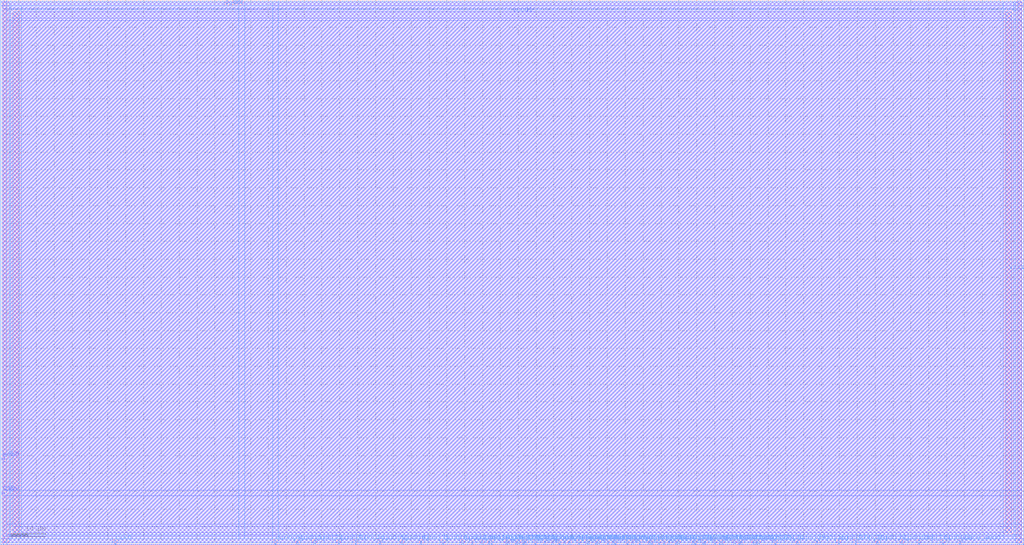
<source format=lef>
VERSION 5.4 ;
NAMESCASESENSITIVE ON ;
BUSBITCHARS "[]" ;
DIVIDERCHAR "/" ;
UNITS
  DATABASE MICRONS 2000 ;
END UNITS
MACRO sram_32_16_sky130
   CLASS BLOCK ;
   SIZE 286.66 BY 152.7 ;
   SYMMETRY X Y R90 ;
   PIN din0[0]
      DIRECTION INPUT ;
      PORT
         LAYER met4 ;
         RECT  76.84 0.0 77.22 1.06 ;
      END
   END din0[0]
   PIN din0[1]
      DIRECTION INPUT ;
      PORT
         LAYER met4 ;
         RECT  82.96 0.0 83.34 1.06 ;
      END
   END din0[1]
   PIN din0[2]
      DIRECTION INPUT ;
      PORT
         LAYER met4 ;
         RECT  87.72 0.0 88.1 1.06 ;
      END
   END din0[2]
   PIN din0[3]
      DIRECTION INPUT ;
      PORT
         LAYER met4 ;
         RECT  94.52 0.0 94.9 1.06 ;
      END
   END din0[3]
   PIN din0[4]
      DIRECTION INPUT ;
      PORT
         LAYER met4 ;
         RECT  99.28 0.0 99.66 1.06 ;
      END
   END din0[4]
   PIN din0[5]
      DIRECTION INPUT ;
      PORT
         LAYER met4 ;
         RECT  106.08 0.0 106.46 1.06 ;
      END
   END din0[5]
   PIN din0[6]
      DIRECTION INPUT ;
      PORT
         LAYER met4 ;
         RECT  112.2 0.0 112.58 1.06 ;
      END
   END din0[6]
   PIN din0[7]
      DIRECTION INPUT ;
      PORT
         LAYER met4 ;
         RECT  117.64 0.0 118.02 1.06 ;
      END
   END din0[7]
   PIN din0[8]
      DIRECTION INPUT ;
      PORT
         LAYER met4 ;
         RECT  123.76 0.0 124.14 1.06 ;
      END
   END din0[8]
   PIN din0[9]
      DIRECTION INPUT ;
      PORT
         LAYER met4 ;
         RECT  129.2 0.0 129.58 1.06 ;
      END
   END din0[9]
   PIN din0[10]
      DIRECTION INPUT ;
      PORT
         LAYER met4 ;
         RECT  134.64 0.0 135.02 1.06 ;
      END
   END din0[10]
   PIN din0[11]
      DIRECTION INPUT ;
      PORT
         LAYER met4 ;
         RECT  141.44 0.0 141.82 1.06 ;
      END
   END din0[11]
   PIN din0[12]
      DIRECTION INPUT ;
      PORT
         LAYER met4 ;
         RECT  146.2 0.0 146.58 1.06 ;
      END
   END din0[12]
   PIN din0[13]
      DIRECTION INPUT ;
      PORT
         LAYER met4 ;
         RECT  152.32 0.0 152.7 1.06 ;
      END
   END din0[13]
   PIN din0[14]
      DIRECTION INPUT ;
      PORT
         LAYER met4 ;
         RECT  157.76 0.0 158.14 1.06 ;
      END
   END din0[14]
   PIN din0[15]
      DIRECTION INPUT ;
      PORT
         LAYER met4 ;
         RECT  163.88 0.0 164.26 1.06 ;
      END
   END din0[15]
   PIN din0[16]
      DIRECTION INPUT ;
      PORT
         LAYER met4 ;
         RECT  170.0 0.0 170.38 1.06 ;
      END
   END din0[16]
   PIN din0[17]
      DIRECTION INPUT ;
      PORT
         LAYER met4 ;
         RECT  175.44 0.0 175.82 1.06 ;
      END
   END din0[17]
   PIN din0[18]
      DIRECTION INPUT ;
      PORT
         LAYER met4 ;
         RECT  182.24 0.0 182.62 1.06 ;
      END
   END din0[18]
   PIN din0[19]
      DIRECTION INPUT ;
      PORT
         LAYER met4 ;
         RECT  187.0 0.0 187.38 1.06 ;
      END
   END din0[19]
   PIN din0[20]
      DIRECTION INPUT ;
      PORT
         LAYER met4 ;
         RECT  193.8 0.0 194.18 1.06 ;
      END
   END din0[20]
   PIN din0[21]
      DIRECTION INPUT ;
      PORT
         LAYER met4 ;
         RECT  199.92 0.0 200.3 1.06 ;
      END
   END din0[21]
   PIN din0[22]
      DIRECTION INPUT ;
      PORT
         LAYER met4 ;
         RECT  205.36 0.0 205.74 1.06 ;
      END
   END din0[22]
   PIN din0[23]
      DIRECTION INPUT ;
      PORT
         LAYER met4 ;
         RECT  210.8 0.0 211.18 1.06 ;
      END
   END din0[23]
   PIN din0[24]
      DIRECTION INPUT ;
      PORT
         LAYER met4 ;
         RECT  216.92 0.0 217.3 1.06 ;
      END
   END din0[24]
   PIN din0[25]
      DIRECTION INPUT ;
      PORT
         LAYER met4 ;
         RECT  223.04 0.0 223.42 1.06 ;
      END
   END din0[25]
   PIN din0[26]
      DIRECTION INPUT ;
      PORT
         LAYER met4 ;
         RECT  228.48 0.0 228.86 1.06 ;
      END
   END din0[26]
   PIN din0[27]
      DIRECTION INPUT ;
      PORT
         LAYER met4 ;
         RECT  234.6 0.0 234.98 1.06 ;
      END
   END din0[27]
   PIN din0[28]
      DIRECTION INPUT ;
      PORT
         LAYER met4 ;
         RECT  239.36 0.0 239.74 1.06 ;
      END
   END din0[28]
   PIN din0[29]
      DIRECTION INPUT ;
      PORT
         LAYER met4 ;
         RECT  245.48 0.0 245.86 1.06 ;
      END
   END din0[29]
   PIN din0[30]
      DIRECTION INPUT ;
      PORT
         LAYER met4 ;
         RECT  252.28 0.0 252.66 1.06 ;
      END
   END din0[30]
   PIN din0[31]
      DIRECTION INPUT ;
      PORT
         LAYER met4 ;
         RECT  257.04 0.0 257.42 1.06 ;
      END
   END din0[31]
   PIN din0[32]
      DIRECTION INPUT ;
      PORT
         LAYER met4 ;
         RECT  263.84 0.0 264.22 1.06 ;
      END
   END din0[32]
   PIN addr0[0]
      DIRECTION INPUT ;
      PORT
         LAYER met4 ;
         RECT  67.32 151.64 67.7 152.7 ;
      END
   END addr0[0]
   PIN addr0[1]
      DIRECTION INPUT ;
      PORT
         LAYER met4 ;
         RECT  63.24 151.64 63.62 152.7 ;
      END
   END addr0[1]
   PIN addr0[2]
      DIRECTION INPUT ;
      PORT
         LAYER met4 ;
         RECT  66.64 151.64 67.02 152.7 ;
      END
   END addr0[2]
   PIN addr0[3]
      DIRECTION INPUT ;
      PORT
         LAYER met4 ;
         RECT  65.96 151.64 66.34 152.7 ;
      END
   END addr0[3]
   PIN addr0[4]
      DIRECTION INPUT ;
      PORT
         LAYER met4 ;
         RECT  65.28 151.64 65.66 152.7 ;
      END
   END addr0[4]
   PIN csb0
      DIRECTION INPUT ;
      PORT
         LAYER met3 ;
         RECT  0.0 14.28 1.06 14.66 ;
      END
   END csb0
   PIN web0
      DIRECTION INPUT ;
      PORT
         LAYER met3 ;
         RECT  0.0 23.8 1.06 24.18 ;
      END
   END web0
   PIN clk0
      DIRECTION INPUT ;
      PORT
         LAYER met4 ;
         RECT  31.96 0.0 32.34 1.06 ;
      END
   END clk0
   PIN spare_wen0
      DIRECTION INPUT ;
      PORT
         LAYER met4 ;
         RECT  268.6 0.0 268.98 1.06 ;
      END
   END spare_wen0
   PIN dout0[0]
      DIRECTION OUTPUT ;
      PORT
         LAYER met4 ;
         RECT  131.92 0.0 132.3 1.06 ;
      END
   END dout0[0]
   PIN dout0[1]
      DIRECTION OUTPUT ;
      PORT
         LAYER met4 ;
         RECT  136.68 0.0 137.06 1.06 ;
      END
   END dout0[1]
   PIN dout0[2]
      DIRECTION OUTPUT ;
      PORT
         LAYER met4 ;
         RECT  137.36 0.0 137.74 1.06 ;
      END
   END dout0[2]
   PIN dout0[3]
      DIRECTION OUTPUT ;
      PORT
         LAYER met4 ;
         RECT  142.12 0.0 142.5 1.06 ;
      END
   END dout0[3]
   PIN dout0[4]
      DIRECTION OUTPUT ;
      PORT
         LAYER met4 ;
         RECT  144.16 0.0 144.54 1.06 ;
      END
   END dout0[4]
   PIN dout0[5]
      DIRECTION OUTPUT ;
      PORT
         LAYER met4 ;
         RECT  144.84 0.0 145.22 1.06 ;
      END
   END dout0[5]
   PIN dout0[6]
      DIRECTION OUTPUT ;
      PORT
         LAYER met4 ;
         RECT  146.88 0.0 147.26 1.06 ;
      END
   END dout0[6]
   PIN dout0[7]
      DIRECTION OUTPUT ;
      PORT
         LAYER met4 ;
         RECT  149.6 0.0 149.98 1.06 ;
      END
   END dout0[7]
   PIN dout0[8]
      DIRECTION OUTPUT ;
      PORT
         LAYER met4 ;
         RECT  154.36 0.0 154.74 1.06 ;
      END
   END dout0[8]
   PIN dout0[9]
      DIRECTION OUTPUT ;
      PORT
         LAYER met4 ;
         RECT  156.4 0.0 156.78 1.06 ;
      END
   END dout0[9]
   PIN dout0[10]
      DIRECTION OUTPUT ;
      PORT
         LAYER met4 ;
         RECT  159.12 0.0 159.5 1.06 ;
      END
   END dout0[10]
   PIN dout0[11]
      DIRECTION OUTPUT ;
      PORT
         LAYER met4 ;
         RECT  161.84 0.0 162.22 1.06 ;
      END
   END dout0[11]
   PIN dout0[12]
      DIRECTION OUTPUT ;
      PORT
         LAYER met4 ;
         RECT  164.56 0.0 164.94 1.06 ;
      END
   END dout0[12]
   PIN dout0[13]
      DIRECTION OUTPUT ;
      PORT
         LAYER met4 ;
         RECT  166.6 0.0 166.98 1.06 ;
      END
   END dout0[13]
   PIN dout0[14]
      DIRECTION OUTPUT ;
      PORT
         LAYER met4 ;
         RECT  167.28 0.0 167.66 1.06 ;
      END
   END dout0[14]
   PIN dout0[15]
      DIRECTION OUTPUT ;
      PORT
         LAYER met4 ;
         RECT  171.36 0.0 171.74 1.06 ;
      END
   END dout0[15]
   PIN dout0[16]
      DIRECTION OUTPUT ;
      PORT
         LAYER met4 ;
         RECT  172.04 0.0 172.42 1.06 ;
      END
   END dout0[16]
   PIN dout0[17]
      DIRECTION OUTPUT ;
      PORT
         LAYER met4 ;
         RECT  176.8 0.0 177.18 1.06 ;
      END
   END dout0[17]
   PIN dout0[18]
      DIRECTION OUTPUT ;
      PORT
         LAYER met4 ;
         RECT  178.84 0.0 179.22 1.06 ;
      END
   END dout0[18]
   PIN dout0[19]
      DIRECTION OUTPUT ;
      PORT
         LAYER met4 ;
         RECT  181.56 0.0 181.94 1.06 ;
      END
   END dout0[19]
   PIN dout0[20]
      DIRECTION OUTPUT ;
      PORT
         LAYER met4 ;
         RECT  184.28 0.0 184.66 1.06 ;
      END
   END dout0[20]
   PIN dout0[21]
      DIRECTION OUTPUT ;
      PORT
         LAYER met4 ;
         RECT  185.64 0.0 186.02 1.06 ;
      END
   END dout0[21]
   PIN dout0[22]
      DIRECTION OUTPUT ;
      PORT
         LAYER met4 ;
         RECT  189.04 0.0 189.42 1.06 ;
      END
   END dout0[22]
   PIN dout0[23]
      DIRECTION OUTPUT ;
      PORT
         LAYER met4 ;
         RECT  189.72 0.0 190.1 1.06 ;
      END
   END dout0[23]
   PIN dout0[24]
      DIRECTION OUTPUT ;
      PORT
         LAYER met4 ;
         RECT  194.48 0.0 194.86 1.06 ;
      END
   END dout0[24]
   PIN dout0[25]
      DIRECTION OUTPUT ;
      PORT
         LAYER met4 ;
         RECT  196.52 0.0 196.9 1.06 ;
      END
   END dout0[25]
   PIN dout0[26]
      DIRECTION OUTPUT ;
      PORT
         LAYER met4 ;
         RECT  197.2 0.0 197.58 1.06 ;
      END
   END dout0[26]
   PIN dout0[27]
      DIRECTION OUTPUT ;
      PORT
         LAYER met4 ;
         RECT  201.28 0.0 201.66 1.06 ;
      END
   END dout0[27]
   PIN dout0[28]
      DIRECTION OUTPUT ;
      PORT
         LAYER met4 ;
         RECT  201.96 0.0 202.34 1.06 ;
      END
   END dout0[28]
   PIN dout0[29]
      DIRECTION OUTPUT ;
      PORT
         LAYER met4 ;
         RECT  206.72 0.0 207.1 1.06 ;
      END
   END dout0[29]
   PIN dout0[30]
      DIRECTION OUTPUT ;
      PORT
         LAYER met4 ;
         RECT  207.4 0.0 207.78 1.06 ;
      END
   END dout0[30]
   PIN dout0[31]
      DIRECTION OUTPUT ;
      PORT
         LAYER met4 ;
         RECT  211.48 0.0 211.86 1.06 ;
      END
   END dout0[31]
   PIN dout0[32]
      DIRECTION OUTPUT ;
      PORT
         LAYER met4 ;
         RECT  212.16 0.0 212.54 1.06 ;
      END
   END dout0[32]
   PIN vccd1
      DIRECTION INOUT ;
      USE POWER ; 
      SHAPE ABUTMENT ; 
      PORT
         LAYER met4 ;
         RECT  3.4 3.4 5.14 149.3 ;
         LAYER met4 ;
         RECT  281.52 3.4 283.26 149.3 ;
         LAYER met3 ;
         RECT  3.4 3.4 283.26 5.14 ;
         LAYER met3 ;
         RECT  3.4 147.56 283.26 149.3 ;
      END
   END vccd1
   PIN vssd1
      DIRECTION INOUT ;
      USE GROUND ; 
      SHAPE ABUTMENT ; 
      PORT
         LAYER met3 ;
         RECT  0.0 0.0 286.66 1.74 ;
         LAYER met4 ;
         RECT  0.0 0.0 1.74 152.7 ;
         LAYER met4 ;
         RECT  284.92 0.0 286.66 152.7 ;
         LAYER met3 ;
         RECT  0.0 150.96 286.66 152.7 ;
      END
   END vssd1
   OBS
   LAYER  met1 ;
      RECT  0.62 0.62 286.04 152.08 ;
   LAYER  met2 ;
      RECT  0.62 0.62 286.04 152.08 ;
   LAYER  met3 ;
      RECT  1.66 13.68 286.04 15.26 ;
      RECT  0.62 15.26 1.66 23.2 ;
      RECT  1.66 2.8 2.8 5.74 ;
      RECT  1.66 5.74 2.8 13.68 ;
      RECT  2.8 5.74 283.86 13.68 ;
      RECT  283.86 2.8 286.04 5.74 ;
      RECT  283.86 5.74 286.04 13.68 ;
      RECT  1.66 15.26 2.8 146.96 ;
      RECT  1.66 146.96 2.8 149.9 ;
      RECT  2.8 15.26 283.86 146.96 ;
      RECT  283.86 15.26 286.04 146.96 ;
      RECT  283.86 146.96 286.04 149.9 ;
      RECT  0.62 2.34 1.66 13.68 ;
      RECT  1.66 2.34 2.8 2.8 ;
      RECT  2.8 2.34 283.86 2.8 ;
      RECT  283.86 2.34 286.04 2.8 ;
      RECT  0.62 24.78 1.66 150.36 ;
      RECT  1.66 149.9 2.8 150.36 ;
      RECT  2.8 149.9 283.86 150.36 ;
      RECT  283.86 149.9 286.04 150.36 ;
   LAYER  met4 ;
      RECT  76.24 1.66 77.82 152.08 ;
      RECT  77.82 0.62 82.36 1.66 ;
      RECT  83.94 0.62 87.12 1.66 ;
      RECT  88.7 0.62 93.92 1.66 ;
      RECT  95.5 0.62 98.68 1.66 ;
      RECT  100.26 0.62 105.48 1.66 ;
      RECT  107.06 0.62 111.6 1.66 ;
      RECT  113.18 0.62 117.04 1.66 ;
      RECT  118.62 0.62 123.16 1.66 ;
      RECT  124.74 0.62 128.6 1.66 ;
      RECT  217.9 0.62 222.44 1.66 ;
      RECT  224.02 0.62 227.88 1.66 ;
      RECT  229.46 0.62 234.0 1.66 ;
      RECT  235.58 0.62 238.76 1.66 ;
      RECT  240.34 0.62 244.88 1.66 ;
      RECT  246.46 0.62 251.68 1.66 ;
      RECT  253.26 0.62 256.44 1.66 ;
      RECT  258.02 0.62 263.24 1.66 ;
      RECT  66.72 1.66 68.3 151.04 ;
      RECT  68.3 1.66 76.24 151.04 ;
      RECT  68.3 151.04 76.24 152.08 ;
      RECT  64.22 151.04 64.68 152.08 ;
      RECT  32.94 0.62 76.24 1.66 ;
      RECT  264.82 0.62 268.0 1.66 ;
      RECT  130.18 0.62 131.32 1.66 ;
      RECT  132.9 0.62 134.04 1.66 ;
      RECT  135.62 0.62 136.08 1.66 ;
      RECT  138.34 0.62 140.84 1.66 ;
      RECT  143.1 0.62 143.56 1.66 ;
      RECT  147.86 0.62 149.0 1.66 ;
      RECT  150.58 0.62 151.72 1.66 ;
      RECT  153.3 0.62 153.76 1.66 ;
      RECT  155.34 0.62 155.8 1.66 ;
      RECT  160.1 0.62 161.24 1.66 ;
      RECT  162.82 0.62 163.28 1.66 ;
      RECT  165.54 0.62 166.0 1.66 ;
      RECT  168.26 0.62 169.4 1.66 ;
      RECT  173.02 0.62 174.84 1.66 ;
      RECT  177.78 0.62 178.24 1.66 ;
      RECT  179.82 0.62 180.96 1.66 ;
      RECT  183.22 0.62 183.68 1.66 ;
      RECT  187.98 0.62 188.44 1.66 ;
      RECT  190.7 0.62 193.2 1.66 ;
      RECT  195.46 0.62 195.92 1.66 ;
      RECT  198.18 0.62 199.32 1.66 ;
      RECT  202.94 0.62 204.76 1.66 ;
      RECT  208.38 0.62 210.2 1.66 ;
      RECT  213.14 0.62 216.32 1.66 ;
      RECT  2.8 1.66 5.74 2.8 ;
      RECT  2.8 149.9 5.74 151.04 ;
      RECT  5.74 1.66 66.72 2.8 ;
      RECT  5.74 2.8 66.72 149.9 ;
      RECT  5.74 149.9 66.72 151.04 ;
      RECT  77.82 1.66 280.92 2.8 ;
      RECT  77.82 2.8 280.92 149.9 ;
      RECT  77.82 149.9 280.92 152.08 ;
      RECT  280.92 1.66 283.86 2.8 ;
      RECT  280.92 149.9 283.86 152.08 ;
      RECT  2.34 151.04 62.64 152.08 ;
      RECT  2.34 0.62 31.36 1.66 ;
      RECT  2.34 1.66 2.8 2.8 ;
      RECT  2.34 2.8 2.8 149.9 ;
      RECT  2.34 149.9 2.8 151.04 ;
      RECT  269.58 0.62 284.32 1.66 ;
      RECT  283.86 1.66 284.32 2.8 ;
      RECT  283.86 2.8 284.32 149.9 ;
      RECT  283.86 149.9 284.32 152.08 ;
   END
END    sram_32_16_sky130
END    LIBRARY

</source>
